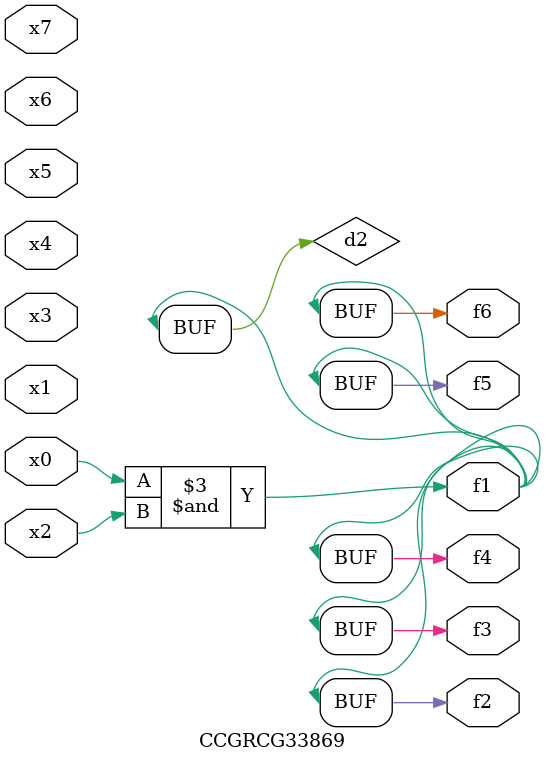
<source format=v>
module CCGRCG33869(
	input x0, x1, x2, x3, x4, x5, x6, x7,
	output f1, f2, f3, f4, f5, f6
);

	wire d1, d2;

	nor (d1, x3, x6);
	and (d2, x0, x2);
	assign f1 = d2;
	assign f2 = d2;
	assign f3 = d2;
	assign f4 = d2;
	assign f5 = d2;
	assign f6 = d2;
endmodule

</source>
